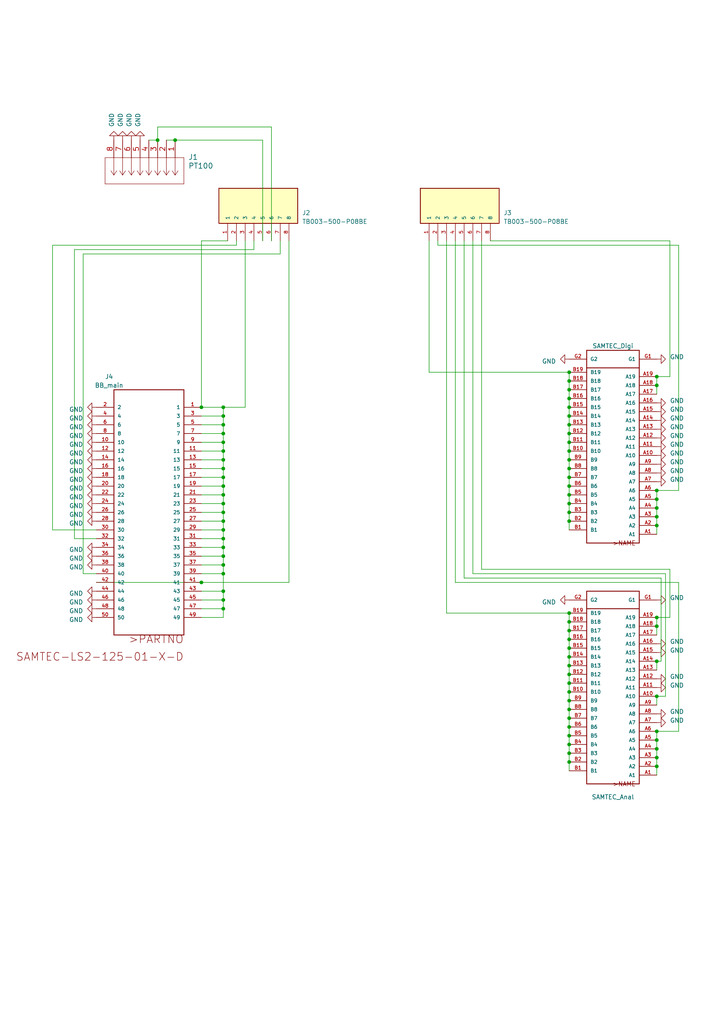
<source format=kicad_sch>
(kicad_sch (version 20210126) (generator eeschema)
  (paper "A4" portrait)
  (lib_symbols
    (symbol "901303108:901303108" (pin_names (offset 0.254) hide)
      (property "Reference" "J" (at 8.89 6.35 0))
      (property "Value" "901303108" (at 10.16 -10.16 0))
      (symbol "901303108_1_1"
        (polyline (pts (xy 5.08 -20.32) (xy 12.7 -20.32)) (stroke (width 0.127)))
        (polyline (pts (xy 5.08 2.54) (xy 5.08 -20.32)) (stroke (width 0.127)))
        (polyline (pts (xy 10.16 -17.78) (xy 5.08 -17.78)) (stroke (width 0.127)))
        (polyline (pts (xy 10.16 -17.78) (xy 8.89 -18.6182)) (stroke (width 0.127)))
        (polyline (pts (xy 10.16 -17.78) (xy 8.89 -16.9418)) (stroke (width 0.127)))
        (polyline (pts (xy 10.16 -15.24) (xy 5.08 -15.24)) (stroke (width 0.127)))
        (polyline (pts (xy 10.16 -15.24) (xy 8.89 -16.0782)) (stroke (width 0.127)))
        (polyline (pts (xy 10.16 -15.24) (xy 8.89 -14.4018)) (stroke (width 0.127)))
        (polyline (pts (xy 10.16 -12.7) (xy 5.08 -12.7)) (stroke (width 0.127)))
        (polyline (pts (xy 10.16 -12.7) (xy 8.89 -13.5382)) (stroke (width 0.127)))
        (polyline (pts (xy 10.16 -12.7) (xy 8.89 -11.8618)) (stroke (width 0.127)))
        (polyline (pts (xy 10.16 -10.16) (xy 5.08 -10.16)) (stroke (width 0.127)))
        (polyline (pts (xy 10.16 -10.16) (xy 8.89 -10.9982)) (stroke (width 0.127)))
        (polyline (pts (xy 10.16 -10.16) (xy 8.89 -9.3218)) (stroke (width 0.127)))
        (polyline (pts (xy 10.16 -7.62) (xy 5.08 -7.62)) (stroke (width 0.127)))
        (polyline (pts (xy 10.16 -7.62) (xy 8.89 -8.4582)) (stroke (width 0.127)))
        (polyline (pts (xy 10.16 -7.62) (xy 8.89 -6.7818)) (stroke (width 0.127)))
        (polyline (pts (xy 10.16 -5.08) (xy 5.08 -5.08)) (stroke (width 0.127)))
        (polyline (pts (xy 10.16 -5.08) (xy 8.89 -5.9182)) (stroke (width 0.127)))
        (polyline (pts (xy 10.16 -5.08) (xy 8.89 -4.2418)) (stroke (width 0.127)))
        (polyline (pts (xy 10.16 -2.54) (xy 5.08 -2.54)) (stroke (width 0.127)))
        (polyline (pts (xy 10.16 -2.54) (xy 8.89 -3.3782)) (stroke (width 0.127)))
        (polyline (pts (xy 10.16 -2.54) (xy 8.89 -1.7018)) (stroke (width 0.127)))
        (polyline (pts (xy 10.16 0) (xy 5.08 0)) (stroke (width 0.127)))
        (polyline (pts (xy 10.16 0) (xy 8.89 -0.8382)) (stroke (width 0.127)))
        (polyline (pts (xy 10.16 0) (xy 8.89 0.8382)) (stroke (width 0.127)))
        (polyline (pts (xy 12.7 -20.32) (xy 12.7 2.54)) (stroke (width 0.127)))
        (polyline (pts (xy 12.7 2.54) (xy 5.08 2.54)) (stroke (width 0.127)))
        (pin unspecified line (at 0 0 0) (length 5.08) (name "1") (number "1"))
        (pin unspecified line (at 0 -2.54 0) (length 5.08) (name "2") (number "2"))
        (pin unspecified line (at 0 -5.08 0) (length 5.08) (name "3") (number "3"))
        (pin unspecified line (at 0 -7.62 0) (length 5.08) (name "4") (number "4"))
        (pin unspecified line (at 0 -10.16 0) (length 5.08) (name "5") (number "5"))
        (pin unspecified line (at 0 -12.7 0) (length 5.08) (name "6") (number "6"))
        (pin unspecified line (at 0 -15.24 0) (length 5.08) (name "7") (number "7"))
        (pin unspecified line (at 0 -17.78 0) (length 5.08) (name "8") (number "8"))
      )
    )
    (symbol "SAMTEC-LS2-125-01-X-D:SAMTEC-LS2-125-01-X-D" (pin_names (offset 1.016))
      (property "Reference" "J" (at 0 5.08 0))
      (property "Value" "SAMTEC-LS2-125-01-X-D" (at 0 -71.12 0))
      (symbol "SAMTEC-LS2-125-01-X-D_0_0"
        (text ">PARTNO" (at 0 -68.58 0) (effects (font (size 2.286 2.286)) (justify left bottom)))
        (text "SAMTEC-LS2-125-01-X-D" (at 0 -73.66 0) (effects (font (size 2.286 2.286)) (justify left bottom)))
        (polyline (pts (xy 0 -66.04) (xy 0 5.08)) (stroke (width 0.254)))
        (polyline (pts (xy 0 5.08) (xy 20.2946 5.08)) (stroke (width 0.254)))
        (polyline (pts (xy 20.2946 -66.04) (xy 0 -66.04)) (stroke (width 0.254)))
        (polyline (pts (xy 20.2946 5.08) (xy 20.2946 -66.04)) (stroke (width 0.254)))
        (pin passive line (at -5.08 0 0) (length 5.08) (name "1") (number "1"))
        (pin passive line (at 25.4 -10.16 180) (length 5.08) (name "10") (number "10"))
        (pin passive line (at -5.08 -12.7 0) (length 5.08) (name "11") (number "11"))
        (pin passive line (at 25.4 -12.7 180) (length 5.08) (name "12") (number "12"))
        (pin passive line (at -5.08 -15.24 0) (length 5.08) (name "13") (number "13"))
        (pin passive line (at 25.4 -15.24 180) (length 5.08) (name "14") (number "14"))
        (pin passive line (at -5.08 -17.78 0) (length 5.08) (name "15") (number "15"))
        (pin passive line (at 25.4 -17.78 180) (length 5.08) (name "16") (number "16"))
        (pin passive line (at -5.08 -20.32 0) (length 5.08) (name "17") (number "17"))
        (pin passive line (at 25.4 -20.32 180) (length 5.08) (name "18") (number "18"))
        (pin passive line (at -5.08 -22.86 0) (length 5.08) (name "19") (number "19"))
        (pin passive line (at 25.4 0 180) (length 5.08) (name "2") (number "2"))
        (pin passive line (at 25.4 -22.86 180) (length 5.08) (name "20") (number "20"))
        (pin passive line (at -5.08 -25.4 0) (length 5.08) (name "21") (number "21"))
        (pin passive line (at 25.4 -25.4 180) (length 5.08) (name "22") (number "22"))
        (pin passive line (at -5.08 -27.94 0) (length 5.08) (name "23") (number "23"))
        (pin passive line (at 25.4 -27.94 180) (length 5.08) (name "24") (number "24"))
        (pin passive line (at -5.08 -30.48 0) (length 5.08) (name "25") (number "25"))
        (pin passive line (at 25.4 -30.48 180) (length 5.08) (name "26") (number "26"))
        (pin passive line (at -5.08 -33.02 0) (length 5.08) (name "27") (number "27"))
        (pin passive line (at 25.4 -33.02 180) (length 5.08) (name "28") (number "28"))
        (pin passive line (at -5.08 -35.56 0) (length 5.08) (name "29") (number "29"))
        (pin passive line (at -5.08 -2.54 0) (length 5.08) (name "3") (number "3"))
        (pin passive line (at 25.4 -35.56 180) (length 5.08) (name "30") (number "30"))
        (pin passive line (at -5.08 -38.1 0) (length 5.08) (name "31") (number "31"))
        (pin passive line (at 25.4 -38.1 180) (length 5.08) (name "32") (number "32"))
        (pin passive line (at -5.08 -40.64 0) (length 5.08) (name "33") (number "33"))
        (pin passive line (at 25.4 -40.64 180) (length 5.08) (name "34") (number "34"))
        (pin passive line (at -5.08 -43.18 0) (length 5.08) (name "35") (number "35"))
        (pin passive line (at 25.4 -43.18 180) (length 5.08) (name "36") (number "36"))
        (pin passive line (at -5.08 -45.72 0) (length 5.08) (name "37") (number "37"))
        (pin passive line (at 25.4 -45.72 180) (length 5.08) (name "38") (number "38"))
        (pin passive line (at -5.08 -48.26 0) (length 5.08) (name "39") (number "39"))
        (pin passive line (at 25.4 -2.54 180) (length 5.08) (name "4") (number "4"))
        (pin passive line (at 25.4 -48.26 180) (length 5.08) (name "40") (number "40"))
        (pin passive line (at -5.08 -50.8 0) (length 5.08) (name "41") (number "41"))
        (pin passive line (at 25.4 -50.8 180) (length 5.08) (name "42") (number "42"))
        (pin passive line (at -5.08 -53.34 0) (length 5.08) (name "43") (number "43"))
        (pin passive line (at 25.4 -53.34 180) (length 5.08) (name "44") (number "44"))
        (pin passive line (at -5.08 -55.88 0) (length 5.08) (name "45") (number "45"))
        (pin passive line (at 25.4 -55.88 180) (length 5.08) (name "46") (number "46"))
        (pin passive line (at -5.08 -58.42 0) (length 5.08) (name "47") (number "47"))
        (pin passive line (at 25.4 -58.42 180) (length 5.08) (name "48") (number "48"))
        (pin passive line (at -5.08 -60.96 0) (length 5.08) (name "49") (number "49"))
        (pin passive line (at -5.08 -5.08 0) (length 5.08) (name "5") (number "5"))
        (pin passive line (at 25.4 -60.96 180) (length 5.08) (name "50") (number "50"))
        (pin passive line (at 25.4 -5.08 180) (length 5.08) (name "6") (number "6"))
        (pin passive line (at -5.08 -7.62 0) (length 5.08) (name "7") (number "7"))
        (pin passive line (at 25.4 -7.62 180) (length 5.08) (name "8") (number "8"))
        (pin passive line (at -5.08 -10.16 0) (length 5.08) (name "9") (number "9"))
      )
    )
    (symbol "TB003-500-P08BE:TB003-500-P08BE" (pin_names (offset 1.016))
      (property "Reference" "J" (at -5.588 12.7 0))
      (property "Value" "TB003-500-P08BE" (at -5.08 -12.7 0))
      (symbol "TB003-500-P08BE_0_0"
        (rectangle (start -5.08 -10.16) (end 5.08 12.7) (stroke (width 0.254)) (fill (type background)))
        (pin passive line (at -10.16 10.16 0) (length 5.08) (name "1") (number "1"))
        (pin passive line (at -10.16 7.62 0) (length 5.08) (name "2") (number "2"))
        (pin passive line (at -10.16 5.08 0) (length 5.08) (name "3") (number "3"))
        (pin passive line (at -10.16 2.54 0) (length 5.08) (name "4") (number "4"))
        (pin passive line (at -10.16 0 0) (length 5.08) (name "5") (number "5"))
        (pin passive line (at -10.16 -2.54 0) (length 5.08) (name "6") (number "6"))
        (pin passive line (at -10.16 -5.08 0) (length 5.08) (name "7") (number "7"))
        (pin passive line (at -10.16 -7.62 0) (length 5.08) (name "8") (number "8"))
      )
    )
    (symbol "UEC5-019-1-X-D-RA-1-A:UEC5-019-1-X-D-RA-1-A" (pin_names (offset 1.016))
      (property "Value" "UEC5-019-1-X-D-RA-1-A" (at 5.08 -55.372 0))
      (symbol "UEC5-019-1-X-D-RA-1-A_0_0"
        (text ">NAME " (at 5.08 3.302 0) (effects (font (size 1.27 1.27)) (justify left bottom)))
        (polyline (pts (xy 5.08 -53.34) (xy 5.08 -48.26)) (stroke (width 0.254)))
        (polyline (pts (xy 5.08 -48.26) (xy 5.08 2.54)) (stroke (width 0.254)))
        (polyline (pts (xy 5.08 -48.26) (xy 20.32 -48.26)) (stroke (width 0.254)))
        (polyline (pts (xy 5.08 2.54) (xy 20.32 2.54)) (stroke (width 0.254)))
        (polyline (pts (xy 20.32 -53.34) (xy 5.08 -53.34)) (stroke (width 0.254)))
        (polyline (pts (xy 20.32 -48.26) (xy 20.32 -53.34)) (stroke (width 0.254)))
        (polyline (pts (xy 20.32 2.54) (xy 20.32 -48.26)) (stroke (width 0.254)))
        (pin bidirectional line (at 0 0 0) (length 5.08) (name "A1") (number "A1"))
        (pin bidirectional line (at 0 -22.86 0) (length 5.08) (name "A10") (number "A10"))
        (pin bidirectional line (at 0 -25.4 0) (length 5.08) (name "A11") (number "A11"))
        (pin bidirectional line (at 0 -27.94 0) (length 5.08) (name "A12") (number "A12"))
        (pin bidirectional line (at 0 -30.48 0) (length 5.08) (name "A13") (number "A13"))
        (pin bidirectional line (at 0 -33.02 0) (length 5.08) (name "A14") (number "A14"))
        (pin bidirectional line (at 0 -35.56 0) (length 5.08) (name "A15") (number "A15"))
        (pin bidirectional line (at 0 -38.1 0) (length 5.08) (name "A16") (number "A16"))
        (pin bidirectional line (at 0 -40.64 0) (length 5.08) (name "A17") (number "A17"))
        (pin bidirectional line (at 0 -43.18 0) (length 5.08) (name "A18") (number "A18"))
        (pin bidirectional line (at 0 -45.72 0) (length 5.08) (name "A19") (number "A19"))
        (pin bidirectional line (at 0 -2.54 0) (length 5.08) (name "A2") (number "A2"))
        (pin bidirectional line (at 0 -5.08 0) (length 5.08) (name "A3") (number "A3"))
        (pin bidirectional line (at 0 -7.62 0) (length 5.08) (name "A4") (number "A4"))
        (pin bidirectional line (at 0 -10.16 0) (length 5.08) (name "A5") (number "A5"))
        (pin bidirectional line (at 0 -12.7 0) (length 5.08) (name "A6") (number "A6"))
        (pin bidirectional line (at 0 -15.24 0) (length 5.08) (name "A7") (number "A7"))
        (pin bidirectional line (at 0 -17.78 0) (length 5.08) (name "A8") (number "A8"))
        (pin bidirectional line (at 0 -20.32 0) (length 5.08) (name "A9") (number "A9"))
        (pin bidirectional line (at 25.4 -1.27 180) (length 5.08) (name "B1") (number "B1"))
        (pin bidirectional line (at 25.4 -24.13 180) (length 5.08) (name "B10") (number "B10"))
        (pin bidirectional line (at 25.4 -26.67 180) (length 5.08) (name "B11") (number "B11"))
        (pin bidirectional line (at 25.4 -29.21 180) (length 5.08) (name "B12") (number "B12"))
        (pin bidirectional line (at 25.4 -31.75 180) (length 5.08) (name "B13") (number "B13"))
        (pin bidirectional line (at 25.4 -34.29 180) (length 5.08) (name "B14") (number "B14"))
        (pin bidirectional line (at 25.4 -36.83 180) (length 5.08) (name "B15") (number "B15"))
        (pin bidirectional line (at 25.4 -39.37 180) (length 5.08) (name "B16") (number "B16"))
        (pin bidirectional line (at 25.4 -41.91 180) (length 5.08) (name "B17") (number "B17"))
        (pin bidirectional line (at 25.4 -44.45 180) (length 5.08) (name "B18") (number "B18"))
        (pin bidirectional line (at 25.4 -46.99 180) (length 5.08) (name "B19") (number "B19"))
        (pin bidirectional line (at 25.4 -3.81 180) (length 5.08) (name "B2") (number "B2"))
        (pin bidirectional line (at 25.4 -6.35 180) (length 5.08) (name "B3") (number "B3"))
        (pin bidirectional line (at 25.4 -8.89 180) (length 5.08) (name "B4") (number "B4"))
        (pin bidirectional line (at 25.4 -11.43 180) (length 5.08) (name "B5") (number "B5"))
        (pin bidirectional line (at 25.4 -13.97 180) (length 5.08) (name "B6") (number "B6"))
        (pin bidirectional line (at 25.4 -16.51 180) (length 5.08) (name "B7") (number "B7"))
        (pin bidirectional line (at 25.4 -19.05 180) (length 5.08) (name "B8") (number "B8"))
        (pin bidirectional line (at 25.4 -21.59 180) (length 5.08) (name "B9") (number "B9"))
        (pin bidirectional line (at 0 -50.8 0) (length 5.08) (name "G1") (number "G1"))
        (pin bidirectional line (at 25.4 -50.8 180) (length 5.08) (name "G2") (number "G2"))
      )
    )
    (symbol "power:GND" (power) (pin_names (offset 0))
      (property "Value" "GND" (at 0 -3.81 0))
      (symbol "GND_0_1"
        (polyline (pts (xy 0 0) (xy 0 -1.27) (xy 1.27 -1.27) (xy 0 -2.54) (xy -1.27 -1.27) (xy 0 -1.27)))
      )
      (symbol "GND_1_1"
        (pin power_in line (at 0 0 270) (length 0) hide (name "GND") (number "1"))
      )
    )
  )
  (junction (at 45.72 40.64) (diameter 0.9144))
  (junction (at 50.8 40.64) (diameter 0.9144))
  (junction (at 58.42 118.11) (diameter 0.9144))
  (junction (at 58.42 168.91) (diameter 0.9144))
  (junction (at 64.77 118.11) (diameter 0.9144))
  (junction (at 64.77 120.65) (diameter 0.9144))
  (junction (at 64.77 123.19) (diameter 0.9144))
  (junction (at 64.77 125.73) (diameter 0.9144))
  (junction (at 64.77 128.27) (diameter 0.9144))
  (junction (at 64.77 130.81) (diameter 0.9144))
  (junction (at 64.77 133.35) (diameter 0.9144))
  (junction (at 64.77 135.89) (diameter 0.9144))
  (junction (at 64.77 138.43) (diameter 0.9144))
  (junction (at 64.77 140.97) (diameter 0.9144))
  (junction (at 64.77 143.51) (diameter 0.9144))
  (junction (at 64.77 146.05) (diameter 0.9144))
  (junction (at 64.77 148.59) (diameter 0.9144))
  (junction (at 64.77 151.13) (diameter 0.9144))
  (junction (at 64.77 153.67) (diameter 0.9144))
  (junction (at 64.77 156.21) (diameter 0.9144))
  (junction (at 64.77 158.75) (diameter 0.9144))
  (junction (at 64.77 161.29) (diameter 0.9144))
  (junction (at 64.77 163.83) (diameter 0.9144))
  (junction (at 64.77 166.37) (diameter 0.9144))
  (junction (at 64.77 171.45) (diameter 0.9144))
  (junction (at 64.77 173.99) (diameter 0.9144))
  (junction (at 64.77 176.53) (diameter 0.9144))
  (junction (at 165.1 107.95) (diameter 0.9144))
  (junction (at 165.1 110.49) (diameter 0.9144))
  (junction (at 165.1 113.03) (diameter 0.9144))
  (junction (at 165.1 115.57) (diameter 0.9144))
  (junction (at 165.1 118.11) (diameter 0.9144))
  (junction (at 165.1 120.65) (diameter 0.9144))
  (junction (at 165.1 123.19) (diameter 0.9144))
  (junction (at 165.1 125.73) (diameter 0.9144))
  (junction (at 165.1 128.27) (diameter 0.9144))
  (junction (at 165.1 130.81) (diameter 0.9144))
  (junction (at 165.1 133.35) (diameter 0.9144))
  (junction (at 165.1 135.89) (diameter 0.9144))
  (junction (at 165.1 138.43) (diameter 0.9144))
  (junction (at 165.1 140.97) (diameter 0.9144))
  (junction (at 165.1 143.51) (diameter 0.9144))
  (junction (at 165.1 146.05) (diameter 0.9144))
  (junction (at 165.1 148.59) (diameter 0.9144))
  (junction (at 165.1 151.13) (diameter 0.9144))
  (junction (at 165.1 177.8) (diameter 0.9144))
  (junction (at 165.1 180.34) (diameter 0.9144))
  (junction (at 165.1 182.88) (diameter 0.9144))
  (junction (at 165.1 185.42) (diameter 0.9144))
  (junction (at 165.1 187.96) (diameter 0.9144))
  (junction (at 165.1 190.5) (diameter 0.9144))
  (junction (at 165.1 193.04) (diameter 0.9144))
  (junction (at 165.1 195.58) (diameter 0.9144))
  (junction (at 165.1 198.12) (diameter 0.9144))
  (junction (at 165.1 200.66) (diameter 0.9144))
  (junction (at 165.1 203.2) (diameter 0.9144))
  (junction (at 165.1 205.74) (diameter 0.9144))
  (junction (at 165.1 208.28) (diameter 0.9144))
  (junction (at 165.1 210.82) (diameter 0.9144))
  (junction (at 165.1 213.36) (diameter 0.9144))
  (junction (at 165.1 215.9) (diameter 0.9144))
  (junction (at 165.1 218.44) (diameter 0.9144))
  (junction (at 165.1 220.98) (diameter 0.9144))
  (junction (at 190.5 109.22) (diameter 0.9144))
  (junction (at 190.5 111.76) (diameter 0.9144))
  (junction (at 190.5 142.24) (diameter 0.9144))
  (junction (at 190.5 144.78) (diameter 0.9144))
  (junction (at 190.5 147.32) (diameter 0.9144))
  (junction (at 190.5 149.86) (diameter 0.9144))
  (junction (at 190.5 152.4) (diameter 0.9144))
  (junction (at 190.5 179.07) (diameter 0.9144))
  (junction (at 190.5 181.61) (diameter 0.9144))
  (junction (at 190.5 191.77) (diameter 0.9144))
  (junction (at 190.5 201.93) (diameter 0.9144))
  (junction (at 190.5 212.09) (diameter 0.9144))
  (junction (at 190.5 214.63) (diameter 0.9144))
  (junction (at 190.5 217.17) (diameter 0.9144))
  (junction (at 190.5 219.71) (diameter 0.9144))
  (junction (at 190.5 222.25) (diameter 0.9144))
  (wire (pts (xy 15.24 71.12) (xy 68.58 71.12)))
  (wire (pts (xy 15.24 153.67) (xy 15.24 71.12)))
  (wire (pts (xy 21.59 72.39) (xy 73.66 72.39)))
  (wire (pts (xy 21.59 156.21) (xy 21.59 72.39)))
  (wire (pts (xy 24.13 73.66) (xy 81.28 73.66)))
  (wire (pts (xy 24.13 166.37) (xy 24.13 73.66)))
  (wire (pts (xy 27.94 153.67) (xy 15.24 153.67)))
  (wire (pts (xy 27.94 156.21) (xy 21.59 156.21)))
  (wire (pts (xy 27.94 166.37) (xy 24.13 166.37)))
  (wire (pts (xy 27.94 168.91) (xy 58.42 168.91)))
  (wire (pts (xy 43.18 40.64) (xy 45.72 40.64)))
  (wire (pts (xy 45.72 36.83) (xy 45.72 40.64)))
  (wire (pts (xy 45.72 36.83) (xy 78.74 36.83)))
  (wire (pts (xy 48.26 40.64) (xy 50.8 40.64)))
  (wire (pts (xy 50.8 40.64) (xy 76.2 40.64)))
  (wire (pts (xy 58.42 69.85) (xy 66.04 69.85)))
  (wire (pts (xy 58.42 118.11) (xy 58.42 69.85)))
  (wire (pts (xy 58.42 118.11) (xy 64.77 118.11)))
  (wire (pts (xy 58.42 120.65) (xy 64.77 120.65)))
  (wire (pts (xy 58.42 123.19) (xy 64.77 123.19)))
  (wire (pts (xy 58.42 125.73) (xy 64.77 125.73)))
  (wire (pts (xy 58.42 128.27) (xy 64.77 128.27)))
  (wire (pts (xy 58.42 130.81) (xy 64.77 130.81)))
  (wire (pts (xy 58.42 133.35) (xy 64.77 133.35)))
  (wire (pts (xy 58.42 135.89) (xy 64.77 135.89)))
  (wire (pts (xy 58.42 138.43) (xy 64.77 138.43)))
  (wire (pts (xy 58.42 140.97) (xy 64.77 140.97)))
  (wire (pts (xy 58.42 143.51) (xy 64.77 143.51)))
  (wire (pts (xy 58.42 146.05) (xy 64.77 146.05)))
  (wire (pts (xy 58.42 148.59) (xy 64.77 148.59)))
  (wire (pts (xy 58.42 151.13) (xy 64.77 151.13)))
  (wire (pts (xy 58.42 153.67) (xy 64.77 153.67)))
  (wire (pts (xy 58.42 156.21) (xy 64.77 156.21)))
  (wire (pts (xy 58.42 158.75) (xy 64.77 158.75)))
  (wire (pts (xy 58.42 161.29) (xy 64.77 161.29)))
  (wire (pts (xy 58.42 163.83) (xy 64.77 163.83)))
  (wire (pts (xy 58.42 166.37) (xy 64.77 166.37)))
  (wire (pts (xy 58.42 168.91) (xy 83.82 168.91)))
  (wire (pts (xy 58.42 171.45) (xy 64.77 171.45)))
  (wire (pts (xy 58.42 173.99) (xy 64.77 173.99)))
  (wire (pts (xy 58.42 176.53) (xy 64.77 176.53)))
  (wire (pts (xy 64.77 118.11) (xy 64.77 120.65)))
  (wire (pts (xy 64.77 118.11) (xy 71.12 118.11)))
  (wire (pts (xy 64.77 120.65) (xy 64.77 123.19)))
  (wire (pts (xy 64.77 123.19) (xy 64.77 125.73)))
  (wire (pts (xy 64.77 125.73) (xy 64.77 128.27)))
  (wire (pts (xy 64.77 128.27) (xy 64.77 130.81)))
  (wire (pts (xy 64.77 130.81) (xy 64.77 133.35)))
  (wire (pts (xy 64.77 133.35) (xy 64.77 135.89)))
  (wire (pts (xy 64.77 135.89) (xy 64.77 138.43)))
  (wire (pts (xy 64.77 138.43) (xy 64.77 140.97)))
  (wire (pts (xy 64.77 140.97) (xy 64.77 143.51)))
  (wire (pts (xy 64.77 143.51) (xy 64.77 146.05)))
  (wire (pts (xy 64.77 146.05) (xy 64.77 148.59)))
  (wire (pts (xy 64.77 148.59) (xy 64.77 151.13)))
  (wire (pts (xy 64.77 151.13) (xy 64.77 153.67)))
  (wire (pts (xy 64.77 153.67) (xy 64.77 156.21)))
  (wire (pts (xy 64.77 156.21) (xy 64.77 158.75)))
  (wire (pts (xy 64.77 158.75) (xy 64.77 161.29)))
  (wire (pts (xy 64.77 161.29) (xy 64.77 163.83)))
  (wire (pts (xy 64.77 163.83) (xy 64.77 166.37)))
  (wire (pts (xy 64.77 166.37) (xy 64.77 171.45)))
  (wire (pts (xy 64.77 171.45) (xy 64.77 173.99)))
  (wire (pts (xy 64.77 173.99) (xy 64.77 176.53)))
  (wire (pts (xy 64.77 176.53) (xy 64.77 179.07)))
  (wire (pts (xy 64.77 179.07) (xy 58.42 179.07)))
  (wire (pts (xy 68.58 71.12) (xy 68.58 69.85)))
  (wire (pts (xy 71.12 118.11) (xy 71.12 69.85)))
  (wire (pts (xy 73.66 72.39) (xy 73.66 69.85)))
  (wire (pts (xy 76.2 40.64) (xy 76.2 69.85)))
  (wire (pts (xy 78.74 36.83) (xy 78.74 69.85)))
  (wire (pts (xy 81.28 73.66) (xy 81.28 69.85)))
  (wire (pts (xy 83.82 168.91) (xy 83.82 69.85)))
  (wire (pts (xy 124.46 107.95) (xy 124.46 69.85)))
  (wire (pts (xy 127 71.12) (xy 127 69.85)))
  (wire (pts (xy 129.54 177.8) (xy 129.54 69.85)))
  (wire (pts (xy 132.08 168.91) (xy 132.08 69.85)))
  (wire (pts (xy 134.62 167.64) (xy 134.62 69.85)))
  (wire (pts (xy 137.16 69.85) (xy 137.16 166.37)))
  (wire (pts (xy 139.7 165.1) (xy 139.7 69.85)))
  (wire (pts (xy 165.1 107.95) (xy 124.46 107.95)))
  (wire (pts (xy 165.1 107.95) (xy 165.1 110.49)))
  (wire (pts (xy 165.1 110.49) (xy 165.1 113.03)))
  (wire (pts (xy 165.1 113.03) (xy 165.1 115.57)))
  (wire (pts (xy 165.1 115.57) (xy 165.1 118.11)))
  (wire (pts (xy 165.1 118.11) (xy 165.1 120.65)))
  (wire (pts (xy 165.1 120.65) (xy 165.1 123.19)))
  (wire (pts (xy 165.1 123.19) (xy 165.1 125.73)))
  (wire (pts (xy 165.1 125.73) (xy 165.1 128.27)))
  (wire (pts (xy 165.1 128.27) (xy 165.1 130.81)))
  (wire (pts (xy 165.1 130.81) (xy 165.1 133.35)))
  (wire (pts (xy 165.1 133.35) (xy 165.1 135.89)))
  (wire (pts (xy 165.1 135.89) (xy 165.1 138.43)))
  (wire (pts (xy 165.1 138.43) (xy 165.1 140.97)))
  (wire (pts (xy 165.1 140.97) (xy 165.1 143.51)))
  (wire (pts (xy 165.1 143.51) (xy 165.1 146.05)))
  (wire (pts (xy 165.1 146.05) (xy 165.1 148.59)))
  (wire (pts (xy 165.1 148.59) (xy 165.1 151.13)))
  (wire (pts (xy 165.1 151.13) (xy 165.1 153.67)))
  (wire (pts (xy 165.1 177.8) (xy 129.54 177.8)))
  (wire (pts (xy 165.1 177.8) (xy 165.1 180.34)))
  (wire (pts (xy 165.1 180.34) (xy 165.1 182.88)))
  (wire (pts (xy 165.1 182.88) (xy 165.1 185.42)))
  (wire (pts (xy 165.1 185.42) (xy 165.1 187.96)))
  (wire (pts (xy 165.1 187.96) (xy 165.1 190.5)))
  (wire (pts (xy 165.1 190.5) (xy 165.1 193.04)))
  (wire (pts (xy 165.1 193.04) (xy 165.1 195.58)))
  (wire (pts (xy 165.1 195.58) (xy 165.1 198.12)))
  (wire (pts (xy 165.1 198.12) (xy 165.1 200.66)))
  (wire (pts (xy 165.1 200.66) (xy 165.1 203.2)))
  (wire (pts (xy 165.1 203.2) (xy 165.1 205.74)))
  (wire (pts (xy 165.1 205.74) (xy 165.1 208.28)))
  (wire (pts (xy 165.1 208.28) (xy 165.1 210.82)))
  (wire (pts (xy 165.1 210.82) (xy 165.1 213.36)))
  (wire (pts (xy 165.1 213.36) (xy 165.1 215.9)))
  (wire (pts (xy 165.1 215.9) (xy 165.1 218.44)))
  (wire (pts (xy 165.1 218.44) (xy 165.1 220.98)))
  (wire (pts (xy 165.1 220.98) (xy 165.1 223.52)))
  (wire (pts (xy 190.5 109.22) (xy 190.5 111.76)))
  (wire (pts (xy 190.5 109.22) (xy 194.31 109.22)))
  (wire (pts (xy 190.5 111.76) (xy 190.5 114.3)))
  (wire (pts (xy 190.5 142.24) (xy 190.5 144.78)))
  (wire (pts (xy 190.5 142.24) (xy 196.85 142.24)))
  (wire (pts (xy 190.5 144.78) (xy 190.5 147.32)))
  (wire (pts (xy 190.5 147.32) (xy 190.5 149.86)))
  (wire (pts (xy 190.5 149.86) (xy 190.5 152.4)))
  (wire (pts (xy 190.5 152.4) (xy 190.5 154.94)))
  (wire (pts (xy 190.5 179.07) (xy 190.5 181.61)))
  (wire (pts (xy 190.5 179.07) (xy 194.31 179.07)))
  (wire (pts (xy 190.5 181.61) (xy 190.5 184.15)))
  (wire (pts (xy 190.5 191.77) (xy 190.5 194.31)))
  (wire (pts (xy 190.5 191.77) (xy 191.77 191.77)))
  (wire (pts (xy 190.5 201.93) (xy 190.5 204.47)))
  (wire (pts (xy 190.5 201.93) (xy 193.04 201.93)))
  (wire (pts (xy 190.5 212.09) (xy 190.5 214.63)))
  (wire (pts (xy 190.5 212.09) (xy 196.85 212.09)))
  (wire (pts (xy 190.5 214.63) (xy 190.5 217.17)))
  (wire (pts (xy 190.5 217.17) (xy 190.5 219.71)))
  (wire (pts (xy 190.5 219.71) (xy 190.5 222.25)))
  (wire (pts (xy 190.5 222.25) (xy 190.5 224.79)))
  (wire (pts (xy 191.77 167.64) (xy 134.62 167.64)))
  (wire (pts (xy 191.77 191.77) (xy 191.77 167.64)))
  (wire (pts (xy 193.04 166.37) (xy 137.16 166.37)))
  (wire (pts (xy 193.04 201.93) (xy 193.04 166.37)))
  (wire (pts (xy 194.31 69.85) (xy 142.24 69.85)))
  (wire (pts (xy 194.31 109.22) (xy 194.31 69.85)))
  (wire (pts (xy 194.31 165.1) (xy 139.7 165.1)))
  (wire (pts (xy 194.31 179.07) (xy 194.31 165.1)))
  (wire (pts (xy 196.85 71.12) (xy 127 71.12)))
  (wire (pts (xy 196.85 142.24) (xy 196.85 71.12)))
  (wire (pts (xy 196.85 168.91) (xy 132.08 168.91)))
  (wire (pts (xy 196.85 212.09) (xy 196.85 168.91)))
  (symbol (lib_id "power:GND") (at 27.94 118.11 270) (unit 1)
    (property "Reference" "#PWR04" (effects hide))
    (property "Value" "GND" (at 24.13 118.7449 90) (effects (justify right)))
  )
  (symbol (lib_id "power:GND") (at 27.94 120.65 270) (unit 1)
    (property "Reference" "#PWR06" (effects hide))
    (property "Value" "GND" (at 24.13 121.2849 90) (effects (justify right)))
  )
  (symbol (lib_id "power:GND") (at 27.94 123.19 270) (unit 1)
    (property "Reference" "#PWR08" (effects hide))
    (property "Value" "GND" (at 24.13 123.8249 90) (effects (justify right)))
  )
  (symbol (lib_id "power:GND") (at 27.94 125.73 270) (unit 1)
    (property "Reference" "#PWR010" (effects hide))
    (property "Value" "GND" (at 24.13 126.3649 90) (effects (justify right)))
  )
  (symbol (lib_id "power:GND") (at 27.94 128.27 270) (unit 1)
    (property "Reference" "#PWR012" (effects hide))
    (property "Value" "GND" (at 24.13 128.9049 90) (effects (justify right)))
  )
  (symbol (lib_id "power:GND") (at 27.94 130.81 270) (unit 1)
    (property "Reference" "#PWR014" (effects hide))
    (property "Value" "GND" (at 24.13 131.4449 90) (effects (justify right)))
  )
  (symbol (lib_id "power:GND") (at 27.94 133.35 270) (unit 1)
    (property "Reference" "#PWR016" (effects hide))
    (property "Value" "GND" (at 24.13 133.9849 90) (effects (justify right)))
  )
  (symbol (lib_id "power:GND") (at 27.94 135.89 270) (unit 1)
    (property "Reference" "#PWR018" (effects hide))
    (property "Value" "GND" (at 24.13 136.5249 90) (effects (justify right)))
  )
  (symbol (lib_id "power:GND") (at 27.94 138.43 270) (unit 1)
    (property "Reference" "#PWR020" (effects hide))
    (property "Value" "GND" (at 24.13 139.0649 90) (effects (justify right)))
  )
  (symbol (lib_id "power:GND") (at 27.94 140.97 270) (unit 1)
    (property "Reference" "#PWR022" (effects hide))
    (property "Value" "GND" (at 24.13 141.6049 90) (effects (justify right)))
  )
  (symbol (lib_id "power:GND") (at 27.94 143.51 270) (unit 1)
    (property "Reference" "#PWR023" (effects hide))
    (property "Value" "GND" (at 24.13 144.1449 90) (effects (justify right)))
  )
  (symbol (lib_id "power:GND") (at 27.94 146.05 270) (unit 1)
    (property "Reference" "#PWR024" (effects hide))
    (property "Value" "GND" (at 24.13 146.6849 90) (effects (justify right)))
  )
  (symbol (lib_id "power:GND") (at 27.94 148.59 270) (unit 1)
    (property "Reference" "#PWR025" (effects hide))
    (property "Value" "GND" (at 24.13 149.2249 90) (effects (justify right)))
  )
  (symbol (lib_id "power:GND") (at 27.94 151.13 270) (unit 1)
    (property "Reference" "#PWR026" (effects hide))
    (property "Value" "GND" (at 24.13 151.7649 90) (effects (justify right)))
  )
  (symbol (lib_id "power:GND") (at 27.94 158.75 270) (unit 1)
    (property "Reference" "#PWR027" (effects hide))
    (property "Value" "GND" (at 24.13 159.3849 90) (effects (justify right)))
  )
  (symbol (lib_id "power:GND") (at 27.94 161.29 270) (unit 1)
    (property "Reference" "#PWR028" (effects hide))
    (property "Value" "GND" (at 24.13 161.9249 90) (effects (justify right)))
  )
  (symbol (lib_id "power:GND") (at 27.94 163.83 270) (unit 1)
    (property "Reference" "#PWR029" (effects hide))
    (property "Value" "GND" (at 24.13 164.4649 90) (effects (justify right)))
  )
  (symbol (lib_id "power:GND") (at 27.94 171.45 270) (unit 1)
    (property "Reference" "#PWR030" (effects hide))
    (property "Value" "GND" (at 24.13 172.0849 90) (effects (justify right)))
  )
  (symbol (lib_id "power:GND") (at 27.94 173.99 270) (unit 1)
    (property "Reference" "#PWR031" (effects hide))
    (property "Value" "GND" (at 24.13 174.6249 90) (effects (justify right)))
  )
  (symbol (lib_id "power:GND") (at 27.94 176.53 270) (unit 1)
    (property "Reference" "#PWR034" (effects hide))
    (property "Value" "GND" (at 24.13 177.1649 90) (effects (justify right)))
  )
  (symbol (lib_id "power:GND") (at 27.94 179.07 270) (unit 1)
    (property "Reference" "#PWR035" (effects hide))
    (property "Value" "GND" (at 24.13 179.7049 90) (effects (justify right)))
  )
  (symbol (lib_id "power:GND") (at 33.02 40.64 180) (unit 1)
    (property "Reference" "#PWR0104" (effects hide))
    (property "Value" "GND" (at 32.3851 36.83 90) (effects (justify right)))
  )
  (symbol (lib_id "power:GND") (at 35.56 40.64 180) (unit 1)
    (property "Reference" "#PWR0103" (effects hide))
    (property "Value" "GND" (at 34.9251 36.83 90) (effects (justify right)))
  )
  (symbol (lib_id "power:GND") (at 38.1 40.64 180) (unit 1)
    (property "Reference" "#PWR0102" (effects hide))
    (property "Value" "GND" (at 37.4651 36.83 90) (effects (justify right)))
  )
  (symbol (lib_id "power:GND") (at 40.64 40.64 180) (unit 1)
    (property "Reference" "#PWR0101" (effects hide))
    (property "Value" "GND" (at 40.0051 36.83 90) (effects (justify right)))
  )
  (symbol (lib_id "power:GND") (at 165.1 104.14 270) (unit 1)
    (property "Reference" "#PWR01" (effects hide))
    (property "Value" "GND" (at 161.29 104.7749 90) (effects (justify right)))
  )
  (symbol (lib_id "power:GND") (at 165.1 173.99 270) (unit 1)
    (property "Reference" "#PWR032" (effects hide))
    (property "Value" "GND" (at 161.29 174.6249 90) (effects (justify right)))
  )
  (symbol (lib_id "power:GND") (at 190.5 104.14 90) (unit 1)
    (property "Reference" "#PWR02" (effects hide))
    (property "Value" "GND" (at 194.31 103.5051 90) (effects (justify right)))
  )
  (symbol (lib_id "power:GND") (at 190.5 116.84 90) (unit 1)
    (property "Reference" "#PWR03" (effects hide))
    (property "Value" "GND" (at 194.31 116.2051 90) (effects (justify right)))
  )
  (symbol (lib_id "power:GND") (at 190.5 119.38 90) (unit 1)
    (property "Reference" "#PWR05" (effects hide))
    (property "Value" "GND" (at 194.31 118.7451 90) (effects (justify right)))
  )
  (symbol (lib_id "power:GND") (at 190.5 121.92 90) (unit 1)
    (property "Reference" "#PWR07" (effects hide))
    (property "Value" "GND" (at 194.31 121.2851 90) (effects (justify right)))
  )
  (symbol (lib_id "power:GND") (at 190.5 124.46 90) (unit 1)
    (property "Reference" "#PWR09" (effects hide))
    (property "Value" "GND" (at 194.31 123.8251 90) (effects (justify right)))
  )
  (symbol (lib_id "power:GND") (at 190.5 127 90) (unit 1)
    (property "Reference" "#PWR011" (effects hide))
    (property "Value" "GND" (at 194.31 126.3651 90) (effects (justify right)))
  )
  (symbol (lib_id "power:GND") (at 190.5 129.54 90) (unit 1)
    (property "Reference" "#PWR013" (effects hide))
    (property "Value" "GND" (at 194.31 128.9051 90) (effects (justify right)))
  )
  (symbol (lib_id "power:GND") (at 190.5 132.08 90) (unit 1)
    (property "Reference" "#PWR015" (effects hide))
    (property "Value" "GND" (at 194.31 131.4451 90) (effects (justify right)))
  )
  (symbol (lib_id "power:GND") (at 190.5 134.62 90) (unit 1)
    (property "Reference" "#PWR017" (effects hide))
    (property "Value" "GND" (at 194.31 133.9851 90) (effects (justify right)))
  )
  (symbol (lib_id "power:GND") (at 190.5 137.16 90) (unit 1)
    (property "Reference" "#PWR019" (effects hide))
    (property "Value" "GND" (at 194.31 136.5251 90) (effects (justify right)))
  )
  (symbol (lib_id "power:GND") (at 190.5 139.7 90) (unit 1)
    (property "Reference" "#PWR021" (effects hide))
    (property "Value" "GND" (at 194.31 139.0651 90) (effects (justify right)))
  )
  (symbol (lib_id "power:GND") (at 190.5 173.99 90) (unit 1)
    (property "Reference" "#PWR033" (effects hide))
    (property "Value" "GND" (at 194.31 173.3551 90) (effects (justify right)))
  )
  (symbol (lib_id "power:GND") (at 190.5 186.69 90) (unit 1)
    (property "Reference" "#PWR036" (effects hide))
    (property "Value" "GND" (at 194.31 186.0551 90) (effects (justify right)))
  )
  (symbol (lib_id "power:GND") (at 190.5 189.23 90) (unit 1)
    (property "Reference" "#PWR037" (effects hide))
    (property "Value" "GND" (at 194.31 188.5951 90) (effects (justify right)))
  )
  (symbol (lib_id "power:GND") (at 190.5 196.85 90) (unit 1)
    (property "Reference" "#PWR038" (effects hide))
    (property "Value" "GND" (at 194.31 196.2151 90) (effects (justify right)))
  )
  (symbol (lib_id "power:GND") (at 190.5 199.39 90) (unit 1)
    (property "Reference" "#PWR039" (effects hide))
    (property "Value" "GND" (at 194.31 198.7551 90) (effects (justify right)))
  )
  (symbol (lib_id "power:GND") (at 190.5 207.01 90) (unit 1)
    (property "Reference" "#PWR040" (effects hide))
    (property "Value" "GND" (at 194.31 206.3751 90) (effects (justify right)))
  )
  (symbol (lib_id "power:GND") (at 190.5 209.55 90) (unit 1)
    (property "Reference" "#PWR041" (effects hide))
    (property "Value" "GND" (at 194.31 208.9151 90) (effects (justify right)))
  )
  (symbol (lib_id "901303108:901303108") (at 50.8 40.64 270) (unit 1)
    (property "Reference" "J1" (at 54.61 45.5612 90) (effects (font (size 1.524 1.524)) (justify left)))
    (property "Value" "PT100" (at 54.61 48.1012 90) (effects (font (size 1.524 1.524)) (justify left)))
    (property "Footprint" "Molex:901303108" (effects hide))
  )
  (symbol (lib_id "TB003-500-P08BE:TB003-500-P08BE") (at 76.2 59.69 90) (unit 1)
    (property "Reference" "J2" (at 87.63 61.7219 90) (effects (justify right)))
    (property "Value" "TB003-500-P08BE" (at 87.63 64.2619 90) (effects (justify right)))
    (property "Footprint" "CUI_Devices:CUI_TB003-500-P08BE" (effects hide))
    (property "MANUFACTURER" "CUI" (effects hide))
    (property "STANDARD" "Manufacturer Recommendations" (effects hide))
  )
  (symbol (lib_id "TB003-500-P08BE:TB003-500-P08BE") (at 134.62 59.69 90) (unit 1)
    (property "Reference" "J3" (at 146.05 61.7219 90) (effects (justify right)))
    (property "Value" "TB003-500-P08BE" (at 146.05 64.2619 90) (effects (justify right)))
    (property "Footprint" "CUI_Devices:CUI_TB003-500-P08BE" (effects hide))
    (property "MANUFACTURER" "CUI" (effects hide))
    (property "STANDARD" "Manufacturer Recommendations" (effects hide))
  )
  (symbol (lib_id "UEC5-019-1-X-D-RA-1-A:UEC5-019-1-X-D-RA-1-A") (at 190.5 154.94 180) (unit 1)
    (property "Reference" "U1" (effects hide))
    (property "Value" "SAMTEC_Digi" (at 177.8 100.33 0))
    (property "Footprint" "SAMTEC:UEC5-019-1-X-D-RA-1-A" (effects hide))
  )
  (symbol (lib_id "UEC5-019-1-X-D-RA-1-A:UEC5-019-1-X-D-RA-1-A") (at 190.5 224.79 180) (unit 1)
    (property "Reference" "U2" (effects hide))
    (property "Value" "SAMTEC_Anal" (at 177.8 231.14 0))
    (property "Footprint" "SAMTEC:UEC5-019-1-X-D-RA-1-A" (effects hide))
  )
  (symbol (lib_id "SAMTEC-LS2-125-01-X-D:SAMTEC-LS2-125-01-X-D") (at 53.34 118.11 0) (mirror y) (unit 1)
    (property "Reference" "J4" (at 31.6525 109.22 0))
    (property "Value" "BB_main" (at 31.6525 111.76 0))
    (property "Footprint" "SAMTEC:SAMTEC-LS2-125-01-X-D" (effects hide))
  )
)
</source>
